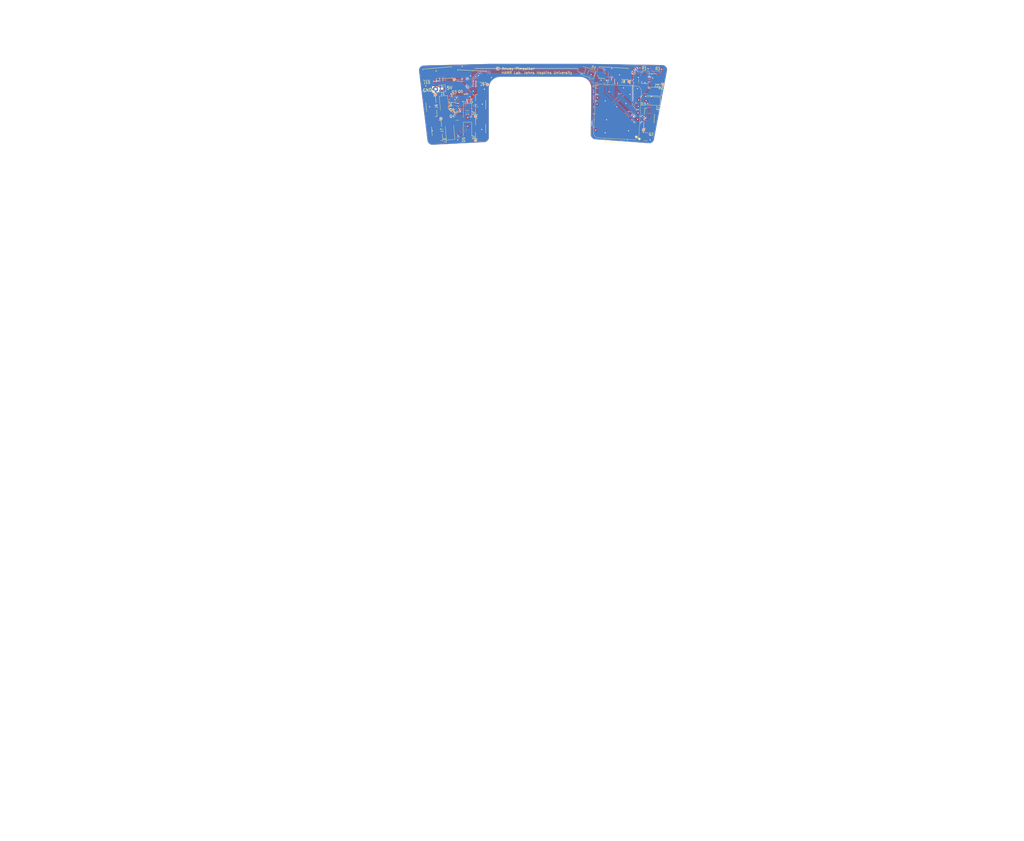
<source format=kicad_pcb>
(kicad_pcb (version 20241229) (generator "pcbnew") (generator_version "9.0")
  (layers (0 "F.Cu" signal) (2 "B.Cu" signal) (13 "F.Paste" user) (15 "B.Paste" user) (5 "F.SilkS" user "F.Silkscreen") (7 "B.SilkS" user "B.Silkscreen") (1 "F.Mask" user) (3 "B.Mask" user) (25 "Edge.Cuts" user))
  (net 0 "")
  (net 1 "5V")
  (net 2 "Net-(D3-A)")
  (net 3 "Net-(D4-A)")
  (net 4 "GND")
  (net 5 "Net-(D5-A)")
  (net 6 "V1")
  (net 7 "V2")
  (net 10 "SDA")
  (net 11 "SCL")
  (net 12 "Net-(D6-A)")
  (net 13 "Net-(D7-A)")
  (net 14 "3V3")
  (net 15 "Net-(D1-K)")
  (net 16 "Net-(D2-A)")
  (net 26 "V3")
  (net 27 "V4")
  (net 28 "V5")
  (net 29 "V6")
  (footprint "Package_TO_SOT_SMD:SOT-23" (layer "F.Cu") (at 227.762823 84.405935 -3)
    (property "Reference" "Q2" (at 1.976042 -1.120954 177) (layer "F.SilkS"))
    (property "Value" "IRLML2060")
    (pad "1" smd roundrect (at -0.9375 -0.95 357) (size 1.475 0.6) (layers "F.Cu" "F.Mask" "F.Paste") (net 7 "V2"))
    (pad "2" smd roundrect (at -0.9375 0.95 357) (size 1.475 0.6) (layers "F.Cu" "F.Mask" "F.Paste") (net 4 "GND"))
    (pad "3" smd roundrect (at 0.9375 0 357) (size 1.475 0.6) (layers "F.Cu" "F.Mask" "F.Paste") (net 2 "Net-(D3-A)"))
  )
  (footprint "Diode_SMD:D_SMA" (layer "F.Cu") (at 148.9225 71.882 -85)
    (property "Reference" "D6" (at -0.000001 -2.499999 95) (layer "F.SilkS"))
    (property "Value" "1N5819")
    (pad "1" smd roundrect (at -2.000001 0.000001 275) (size 2.5 1.8) (layers "F.Cu" "F.Mask" "F.Paste") (roundrect_rratio 0.1388888889) (net 1 "5V"))
    (pad "2" smd roundrect (at 2.000001 -0.000001 275) (size 2.5 1.8) (layers "F.Cu" "F.Mask" "F.Paste") (roundrect_rratio 0.1388888889) (net 12 "Net-(D6-A)"))
  )
  (footprint "Pneumatactors:CONN02_533984002_MOL" (layer "F.Cu") (at 163.1465 71.816 -90)
    (property "Reference" "J4" (at 3.302 2.794 270) (layer "F.SilkS"))
    (property "Value" "Valve_3")
    (pad "1" smd rect (at 0.625 1.9958 270) (size 0.889 1.2954) (layers "F.Cu" "F.Mask" "F.Paste") (net 3 "Net-(D4-A)"))
    (pad "2" smd rect (at -0.625 1.9958 270) (size 0.889 1.2954) (layers "F.Cu" "F.Mask" "F.Paste") (net 1 "5V"))
    (pad "3" smd rect (at -3.175 -0.7542 270) (size 2.2098 3.0988) (layers "F.Cu" "F.Mask" "F.Paste"))
    (pad "4" smd rect (at 3.175 -0.7542 270) (size 2.2098 3.0988) (layers "F.Cu" "F.Mask" "F.Paste"))
  )
  (footprint "Resistor_SMD:R_1206_3216Metric_Pad1.30x1.75mm_HandSolder" (layer "F.Cu") (at 227.024699 57.647004 -3)
    (property "Reference" "R1" (at 0.023843 -0.00125 177) (layer "F.SilkS"))
    (property "Value" "10k")
    (pad "1" smd roundrect (at -1.55 0 357) (size 1.3 1.75) (layers "F.Cu" "F.Mask" "F.Paste") (roundrect_rratio 0.192308) (net 10 "SDA"))
    (pad "2" smd roundrect (at 1.55 0 357) (size 1.3 1.75) (layers "F.Cu" "F.Mask" "F.Paste") (roundrect_rratio 0.192308) (net 14 "3V3"))
  )
  (footprint "XIAO-ESP32S3:XIAO-ESP32S3-SMD" (layer "F.Cu") (at 216.586823 74.665004 177)
    (property "Reference" "U2" (at 10.397571 9.120332 177) (layer "F.SilkS") (effects (font (size 0.78232 0.78232) (thickness 0.10668)) (justify left bottom)))
    (property "Value" "SeeeduinoXIAO")
    (pad "1" smd roundrect (at -8.061364 -7.573 177) (size 2.75 2) (layers "F.Cu" "F.Mask" "F.Paste") (net 6 "V1"))
    (pad "2" smd roundrect (at -8.061364 -5.033 177) (size 2.75 2) (layers "F.Cu" "F.Mask" "F.Paste") (net 7 "V2"))
    (pad "3" smd roundrect (at -8.061364 -2.493 177) (size 2.75 2) (layers "F.Cu" "F.Mask" "F.Paste") (net 26 "V3"))
    (pad "4" smd roundrect (at -8.061364 0.047 177) (size 2.75 2) (layers "F.Cu" "F.Mask" "F.Paste") (net 27 "V4"))
    (pad "5" smd roundrect (at -8.061364 2.587 177) (size 2.75 2) (layers "F.Cu" "F.Mask" "F.Paste") (net 10 "SDA"))
    (pad "6" smd roundrect (at -8.061364 5.127 177) (size 2.75 2) (layers "F.Cu" "F.Mask" "F.Paste") (net 11 "SCL"))
    (pad "7" smd roundrect (at -8.061364 7.667 177) (size 2.75 2) (layers "F.Cu" "F.Mask" "F.Paste"))
    (pad "8" smd roundrect (at 8.103636 7.667 177) (size 2.75 2) (layers "F.Cu" "F.Mask" "F.Paste"))
    (pad "9" smd roundrect (at 8.103636 5.127 177) (size 2.75 2) (layers "F.Cu" "F.Mask" "F.Paste") (net 28 "V5"))
    (pad "10" smd roundrect (at 8.103636 2.587 177) (size 2.75 2) (layers "F.Cu" "F.Mask" "F.Paste") (net 29 "V6"))
    (pad "11" smd roundrect (at 8.103636 0.047 177) (size 2.75 2) (layers "F.Cu" "F.Mask" "F.Paste"))
    (pad "12" smd roundrect (at 8.103636 -2.493 177) (size 2.75 2) (layers "F.Cu" "F.Mask" "F.Paste") (net 14 "3V3"))
    (pad "13" smd roundrect (at 8.103636 -5.033 177) (size 2.75 2) (layers "F.Cu" "F.Mask" "F.Paste") (net 4 "GND"))
    (pad "14" smd roundrect (at 8.103636 -7.573 177) (size 2.75 2) (layers "F.Cu" "F.Mask" "F.Paste") (net 15 "Net-(D1-K)"))
    (pad "15" smd roundrect (at -4.451364 -0.335 357) (size 2.5 1.1) (layers "F.Cu" "F.Mask" "F.Paste"))
    (pad "16" smd roundrect (at -4.451364 -2.24 357) (size 2.5 1.1) (layers "F.Cu" "F.Mask" "F.Paste"))
    (pad "17" smd circle (at -1.276364 -8.585 177) (size 1.7 1.7) (layers "F.Cu" "F.Mask" "F.Paste"))
    (pad "18" smd circle (at 1.263636 -8.585 177) (size 1.7 1.7) (layers "F.Cu" "F.Mask" "F.Paste"))
    (pad "19" smd circle (at -1.276364 -6.045 177) (size 1.7 1.7) (layers "F.Cu" "F.Mask" "F.Paste"))
    (pad "20" smd circle (at 1.263636 -6.045 177) (size 1.7 1.7) (layers "F.Cu" "F.Mask" "F.Paste"))
    (pad "21" smd circle (at -1.276364 -3.505 177) (size 1.7 1.7) (layers "F.Cu" "F.Mask" "F.Paste"))
    (pad "22" smd circle (at 1.263636 -3.505 177) (size 1.7 1.7) (layers "F.Cu" "F.Mask" "F.Paste"))
    (pad "23" smd circle (at -1.276364 -0.965 177) (size 1.7 1.7) (layers "F.Cu" "F.Mask" "F.Paste"))
    (pad "24" smd circle (at 1.263636 -0.965 177) (size 1.7 1.7) (layers "F.Cu" "F.Mask" "F.Paste"))
  )
  (footprint "Diode_SMD:D_SMA" (layer "F.Cu") (at 204.47 59.055 160)
    (property "Reference" "D1" (at -2.149934 2.656159 160) (layer "F.SilkS"))
    (property "Value" "1N5819")
    (pad "1" smd roundrect (at -2 0 160) (size 2.5 1.8) (layers "F.Cu" "F.Mask" "F.Paste") (roundrect_rratio 0.1388888889) (net 15 "Net-(D1-K)"))
    (pad "2" smd roundrect (at 2 0 160) (size 2.5 1.8) (layers "F.Cu" "F.Mask" "F.Paste") (roundrect_rratio 0.1388888889) (net 1 "5V"))
  )
  (footprint "Connector_PinHeader_2.54mm:PinHeader_1x02_P2.54mm_Vertical" (layer "F.Cu") (at 145.551665 65.753375 95)
    (property "Reference" "J1" (at -2.046406 2.615933 185) (layer "F.SilkS"))
    (property "Value" "Conn_01x02_Pin")
    (pad "1" thru_hole rect (at 0 0 95) (size 1.7 1.7) (drill 1) (layers "*.Cu" "*.Mask") (net 4 "GND"))
    (pad "2" thru_hole circle (at -0.000001 2.54 95) (size 1.7 1.7) (drill 1) (layers "*.Cu" "*.Mask") (net 1 "5V"))
  )
  (footprint "Package_TO_SOT_SMD:SOT-23" (layer "F.Cu") (at 152.811 69.276)
    (property "Reference" "Q3" (at 0 -2.4 0) (layer "F.SilkS"))
    (property "Value" "IRLML2060")
    (pad "1" smd roundrect (at -0.9375 -0.95) (size 1.475 0.6) (layers "F.Cu" "F.Mask" "F.Paste") (net 26 "V3"))
    (pad "2" smd roundrect (at -0.9375 0.95) (size 1.475 0.6) (layers "F.Cu" "F.Mask" "F.Paste") (net 4 "GND"))
    (pad "3" smd roundrect (at 0.9375 0) (size 1.475 0.6) (layers "F.Cu" "F.Mask" "F.Paste") (net 3 "Net-(D4-A)"))
  )
  (footprint "Diode_SMD:D_SMA" (layer "F.Cu") (at 230.268082 66.641676 177)
    (property "Reference" "D2" (at -3.234412 1.535056 177) (layer "F.SilkS"))
    (property "Value" "1N5819")
    (pad "1" smd roundrect (at -2 0 177) (size 2.5 1.8) (layers "F.Cu" "F.Mask" "F.Paste") (roundrect_rratio 0.1388888889) (net 1 "5V"))
    (pad "2" smd roundrect (at 2 0 177) (size 2.5 1.8) (layers "F.Cu" "F.Mask" "F.Paste") (roundrect_rratio 0.1388888889) (net 16 "Net-(D2-A)"))
  )
  (footprint "Pneumatactors:CONN_532610001-SD_05_MOL" (layer "F.Cu") (at 215.038145 59.543578 -3)
    (property "Reference" "J8" (at 3.977592 3.098075 357) (layer "F.SilkS"))
    (property "Value" "532610571")
    (pad "1" smd rect (at 2.5 2.9045 357) (size 0.8128 1.7018) (layers "F.Cu" "F.Mask" "F.Paste"))
    (pad "2" smd rect (at 1.25 2.9045 357) (size 0.8128 1.7018) (layers "F.Cu" "F.Mask" "F.Paste") (net 4 "GND"))
    (pad "3" smd rect (at 0 2.9045 357) (size 0.8128 1.7018) (layers "F.Cu" "F.Mask" "F.Paste") (net 11 "SCL"))
    (pad "4" smd rect (at -1.25 2.9045 357) (size 0.8128 1.7018) (layers "F.Cu" "F.Mask" "F.Paste") (net 10 "SDA"))
    (pad "5" smd rect (at -2.5 2.9045 357) (size 0.8128 1.7018) (layers "F.Cu" "F.Mask" "F.Paste") (net 1 "5V"))
    (pad "6" smd rect (at -5.05 0.004501 357) (size 2.2098 3.0988) (layers "F.Cu" "F.Mask" "F.Paste"))
    (pad "7" smd rect (at 5.05 0.004501 357) (size 2.2098 3.0988) (layers "F.Cu" "F.Mask" "F.Paste"))
  )
  (footprint "Diode_SMD:D_SMA" (layer "F.Cu") (at 229.794823 70.347004 177)
    (property "Reference" "D3" (at 2.977356 -1.427782 177) (layer "F.SilkS"))
    (property "Value" "1N5819")
    (pad "1" smd roundrect (at -2 0 177) (size 2.5 1.8) (layers "F.Cu" "F.Mask" "F.Paste") (roundrect_rratio 0.1388888889) (net 1 "5V"))
    (pad "2" smd roundrect (at 2 0 177) (size 2.5 1.8) (layers "F.Cu" "F.Mask" "F.Paste") (roundrect_rratio 0.1388888889) (net 2 "Net-(D3-A)"))
  )
  (footprint "Pneumatactors:CONN02_533984002_MOL" (layer "F.Cu") (at 146.05 82.042 95)
    (property "Reference" "J7" (at 0.000001 1.9958 95) (layer "F.SilkS"))
    (property "Value" "Valve_6")
    (pad "1" smd rect (at 0.625 1.9958 95) (size 0.889 1.2954) (layers "F.Cu" "F.Mask" "F.Paste") (net 13 "Net-(D7-A)"))
    (pad "2" smd rect (at -0.625 1.9958 95) (size 0.889 1.2954) (layers "F.Cu" "F.Mask" "F.Paste") (net 1 "5V"))
    (pad "3" smd rect (at -3.175 -0.7542 95) (size 2.2098 3.0988) (layers "F.Cu" "F.Mask" "F.Paste"))
    (pad "4" smd rect (at 3.175 -0.754201 95) (size 2.2098 3.0988) (layers "F.Cu" "F.Mask" "F.Paste"))
  )
  (footprint "Pneumatactors:CONN_532610001-SD_05_MOL" (layer "F.Cu") (at 159.65912 60.706 -3)
    (property "Reference" "J9" (at 4.318 3.048 357) (layer "F.SilkS"))
    (property "Value" "532610571")
    (pad "1" smd rect (at 2.5 2.904501 357) (size 0.8128 1.7018) (layers "F.Cu" "F.Mask" "F.Paste"))
    (pad "2" smd rect (at 1.25 2.9045 357) (size 0.8128 1.7018) (layers "F.Cu" "F.Mask" "F.Paste") (net 4 "GND"))
    (pad "3" smd rect (at 0 2.904501 357) (size 0.8128 1.7018) (layers "F.Cu" "F.Mask" "F.Paste") (net 11 "SCL"))
    (pad "4" smd rect (at -1.25 2.904499 357) (size 0.8128 1.7018) (layers "F.Cu" "F.Mask" "F.Paste") (net 10 "SDA"))
    (pad "5" smd rect (at -2.5 2.9045 357) (size 0.8128 1.7018) (layers "F.Cu" "F.Mask" "F.Paste") (net 1 "5V"))
    (pad "6" smd rect (at -5.049999 0.004501 357) (size 2.2098 3.0988) (layers "F.Cu" "F.Mask" "F.Paste"))
    (pad "7" smd rect (at 5.049999 0.004502 357) (size 2.2098 3.0988) (layers "F.Cu" "F.Mask" "F.Paste"))
  )
  (footprint "Package_TO_SOT_SMD:SOT-23" (layer "F.Cu") (at 154.0025 72.832 180)
    (property "Reference" "Q6" (at 2.032 -1.016 0) (layer "F.SilkS"))
    (property "Value" "IRLML2060")
    (pad "1" smd roundrect (at -0.9375 -0.95 180) (size 1.475 0.6) (layers "F.Cu" "F.Mask" "F.Paste") (net 29 "V6"))
    (pad "2" smd roundrect (at -0.9375 0.95 180) (size 1.475 0.6) (layers "F.Cu" "F.Mask" "F.Paste") (net 4 "GND"))
    (pad "3" smd roundrect (at 0.9375 0 180) (size 1.475 0.6) (layers "F.Cu" "F.Mask" "F.Paste") (net 13 "Net-(D7-A)"))
  )
  (footprint "Resistor_SMD:R_1206_3216Metric_Pad1.30x1.75mm_HandSolder" (layer "F.Cu") (at 232.310947 57.901004 -3)
    (property "Reference" "R2" (at 0.023843 -0.00125 177) (layer "F.SilkS"))
    (property "Value" "10k")
    (pad "1" smd roundrect (at -1.55 0 357) (size 1.3 1.75) (layers "F.Cu" "F.Mask" "F.Paste") (roundrect_rratio 0.192308) (net 11 "SCL"))
    (pad "2" smd roundrect (at 1.55 0 357) (size 1.3 1.75) (layers "F.Cu" "F.Mask" "F.Paste") (roundrect_rratio 0.192308) (net 14 "3V3"))
  )
  (footprint "Package_TO_SOT_SMD:SOT-23" (layer "F.Cu") (at 156.875 69.21 180)
    (property "Reference" "Q5" (at 1.6025 2.474 0) (layer "F.SilkS"))
    (property "Value" "IRLML2060")
    (pad "1" smd roundrect (at -0.9375 -0.95 180) (size 1.475 0.6) (layers "F.Cu" "F.Mask" "F.Paste") (net 28 "V5"))
    (pad "2" smd roundrect (at -0.9375 0.95 180) (size 1.475 0.6) (layers "F.Cu" "F.Mask" "F.Paste") (net 4 "GND"))
    (pad "3" smd roundrect (at 0.9375 0 180) (size 1.475 0.6) (layers "F.Cu" "F.Mask" "F.Paste") (net 12 "Net-(D6-A)"))
  )
  (footprint "Pneumatactors:CONN02_533984002_MOL" (layer "F.Cu") (at 230.048823 61.711004 -3)
    (property "Reference" "J2" (at 1.994781 2.653434 357) (layer "F.SilkS"))
    (property "Value" "Valve_1")
    (pad "1" smd rect (at 0.625 1.9958 357) (size 0.889 1.2954) (layers "F.Cu" "F.Mask" "F.Paste") (net 16 "Net-(D2-A)"))
    (pad "2" smd rect (at -0.625 1.9958 357) (size 0.889 1.2954) (layers "F.Cu" "F.Mask" "F.Paste") (net 1 "5V"))
    (pad "3" smd rect (at -3.175 -0.7542 357) (size 2.2098 3.0988) (layers "F.Cu" "F.Mask" "F.Paste"))
    (pad "4" smd rect (at 3.175 -0.7542 357) (size 2.2098 3.0988) (layers "F.Cu" "F.Mask" "F.Paste"))
  )
  (footprint "Package_TO_SOT_SMD:SOT-23" (layer "F.Cu") (at 223.30719 62.50307 87)
    (property "Reference" "Q1" (at 3.054464 -0.530953 177) (layer "F.SilkS"))
    (property "Value" "IRLML2060")
    (pad "1" smd roundrect (at -0.9375 -0.95 87) (size 1.475 0.6) (layers "F.Cu" "F.Mask" "F.Paste") (net 6 "V1"))
    (pad "2" smd roundrect (at -0.9375 0.95 87) (size 1.475 0.6) (layers "F.Cu" "F.Mask" "F.Paste") (net 4 "GND"))
    (pad "3" smd roundrect (at 0.9375 0 87) (size 1.475 0.6) (layers "F.Cu" "F.Mask" "F.Paste") (net 16 "Net-(D2-A)"))
  )
  (footprint "Pneumatactors:CONN_532610001-SD_05_MOL" (layer "F.Cu") (at 146.304 59.69 5)
    (property "Reference" "J10" (at -4.42253 3.145157 5) (layer "F.SilkS"))
    (property "Value" "532610571")
    (pad "1" smd rect (at 2.499999 2.9045 5) (size 0.8128 1.7018) (layers "F.Cu" "F.Mask" "F.Paste"))
    (pad "2" smd rect (at 1.25 2.904499 5) (size 0.8128 1.7018) (layers "F.Cu" "F.Mask" "F.Paste") (net 4 "GND"))
    (pad "3" smd rect (at 0 2.904501 5) (size 0.8128 1.7018) (layers "F.Cu" "F.Mask" "F.Paste") (net 11 "SCL"))
    (pad "4" smd rect (at -1.25 2.9045 5) (size 0.8128 1.7018) (layers "F.Cu" "F.Mask" "F.Paste") (net 10 "SDA"))
    (pad "5" smd rect (at -2.500001 2.9045 5) (size 0.8128 1.7018) (layers "F.Cu" "F.Mask" "F.Paste") (net 1 "5V"))
    (pad "6" smd rect (at -5.05 0.004501 5) (size 2.2098 3.0988) (layers "F.Cu" "F.Mask" "F.Paste"))
    (pad "7" smd rect (at 5.050004 0.004501 5) (size 2.2098 3.0988) (layers "F.Cu" "F.Mask" "F.Paste"))
  )
  (footprint "Diode_SMD:D_SMA" (layer "F.Cu") (at 151.13 82.042 95)
    (property "Reference" "D7" (at -3.556 -2.286 95) (layer "F.SilkS"))
    (property "Value" "1N5819")
    (pad "1" smd roundrect (at -2 0 95) (size 2.5 1.8) (layers "F.Cu" "F.Mask" "F.Paste") (roundrect_rratio 0.1388888889) (net 1 "5V"))
    (pad "2" smd roundrect (at 2 0 95) (size 2.5 1.8) (layers "F.Cu" "F.Mask" "F.Paste") (roundrect_rratio 0.1388888889) (net 13 "Net-(D7-A)"))
  )
  (footprint "Diode_SMD:D_SMA" (layer "F.Cu") (at 158.0665 82.23 -90)
    (property "Reference" "D5" (at 3.302 1.524 270) (layer "F.SilkS"))
    (property "Value" "1N5819")
    (pad "1" smd roundrect (at -2 0 270) (size 2.5 1.8) (layers "F.Cu" "F.Mask" "F.Paste") (roundrect_rratio 0.1388888889) (net 1 "5V"))
    (pad "2" smd roundrect (at 2 0 270) (size 2.5 1.8) (layers "F.Cu" "F.Mask" "F.Paste") (roundrect_rratio 0.1388888889) (net 5 "Net-(D5-A)"))
  )
  (footprint "Package_TO_SOT_SMD:SOT-23" (layer "F.Cu") (at 154.0025 76.388)
    (property "Reference" "Q4" (at -2.032 0 0) (layer "F.SilkS"))
    (property "Value" "IRLML2060")
    (pad "1" smd roundrect (at -0.9375 -0.95) (size 1.475 0.6) (layers "F.Cu" "F.Mask" "F.Paste") (net 27 "V4"))
    (pad "2" smd roundrect (at -0.9375 0.95) (size 1.475 0.6) (layers "F.Cu" "F.Mask" "F.Paste") (net 4 "GND"))
    (pad "3" smd roundrect (at 0.9375 0) (size 1.475 0.6) (layers "F.Cu" "F.Mask" "F.Paste") (net 5 "Net-(D5-A)"))
  )
  (footprint "Pneumatactors:CONN02_533984002_MOL" (layer "F.Cu") (at 163.1465 81.214 -90)
    (property "Reference" "J5" (at 3.302 2.794 270) (layer "F.SilkS"))
    (property "Value" "Valve_4")
    (pad "1" smd rect (at 0.625 1.9958 270) (size 0.889 1.2954) (layers "F.Cu" "F.Mask" "F.Paste") (net 5 "Net-(D5-A)"))
    (pad "2" smd rect (at -0.625 1.9958 270) (size 0.889 1.2954) (layers "F.Cu" "F.Mask" "F.Paste") (net 1 "5V"))
    (pad "3" smd rect (at -3.175 -0.7542 270) (size 2.2098 3.0988) (layers "F.Cu" "F.Mask" "F.Paste"))
    (pad "4" smd rect (at 3.175 -0.7542 270) (size 2.2098 3.0988) (layers "F.Cu" "F.Mask" "F.Paste"))
  )
  (footprint "Diode_SMD:D_SMA" (layer "F.Cu") (at 158.0665 74.864 -90)
    (property "Reference" "D4" (at -4.572 -1.524 90) (layer "F.SilkS"))
    (property "Value" "1N5819")
    (pad "1" smd roundrect (at -2 0 270) (size 2.5 1.8) (layers "F.Cu" "F.Mask" "F.Paste") (roundrect_rratio 0.1388888889) (net 1 "5V"))
    (pad "2" smd roundrect (at 2 0 270) (size 2.5 1.8) (layers "F.Cu" "F.Mask" "F.Paste") (roundrect_rratio 0.1388888889) (net 3 "Net-(D4-A)"))
  )
  (footprint "Pneumatactors:CONN02_533984002_MOL" (layer "F.Cu") (at 229.032823 77.205004 -93)
    (property "Reference" "J3" (at -4.231244 -3.084781 267) (layer "F.SilkS"))
    (property "Value" "Valve_2")
    (pad "1" smd rect (at 0.625 1.9958 267) (size 0.889 1.2954) (layers "F.Cu" "F.Mask" "F.Paste") (net 2 "Net-(D3-A)"))
    (pad "2" smd rect (at -0.625 1.9958 267) (size 0.889 1.2954) (layers "F.Cu" "F.Mask" "F.Paste") (net 1 "5V"))
    (pad "3" smd rect (at -3.175 -0.7542 267) (size 2.2098 3.0988) (layers "F.Cu" "F.Mask" "F.Paste"))
    (pad "4" smd rect (at 3.175 -0.7542 267) (size 2.2098 3.0988) (layers "F.Cu" "F.Mask" "F.Paste"))
  )
  (footprint "Pneumatactors:CONN02_533984002_MOL" (layer "F.Cu") (at 143.862267 72.644 95)
    (property "Reference" "J6" (at 0 1.9958 95) (layer "F.SilkS"))
    (property "Value" "Valve_5")
    (pad "1" smd rect (at 0.625 1.9958 95) (size 0.889 1.2954) (layers "F.Cu" "F.Mask" "F.Paste") (net 12 "Net-(D6-A)"))
    (pad "2" smd rect (at -0.625 1.995799 95) (size 0.889 1.2954) (layers "F.Cu" "F.Mask" "F.Paste") (net 1 "5V"))
    (pad "3" smd rect (at -3.175 -0.7542 95) (size 2.2098 3.0988) (layers "F.Cu" "F.Mask" "F.Paste"))
    (pad "4" smd rect (at 3.175 -0.754201 95) (size 2.2098 3.0988) (layers "F.Cu" "F.Mask" "F.Paste"))
  )
  (gr_arc (start 139.065 58.42) (mid 139.622962 57.072962) (end 140.97 56.515) (stroke (width 0.1)) (layer "Edge.Cuts"))
  (gr_arc (start 201.96191 60.96) (mid 205.105 62.26191) (end 206.40691 65.405) (stroke (width 0.1)) (layer "Edge.Cuts"))
  (gr_line (start 230.935962 85.013) (end 236.015962 58.243038) (stroke (width 0.15)) (layer "Edge.Cuts"))
  (gr_line (start 208.103 85.393962) (end 229.031 86.917962) (stroke (width 0.15)) (layer "Edge.Cuts"))
  (gr_line (start 139.065021 58.428944) (end 142.367 85.598) (stroke (width 0.1)) (layer "Edge.Cuts"))
  (gr_line (start 206.40691 65.405) (end 206.198038 83.489) (stroke (width 0.1)) (layer "Edge.Cuts"))
  (gr_arc (start 208.103038 85.393962) (mid 206.756 84.836) (end 206.198038 83.488962) (stroke (width 0.1)) (layer "Edge.Cuts"))
  (gr_arc (start 166.37 65.405) (mid 167.67191 62.26191) (end 170.815 60.96) (stroke (width 0.1)) (layer "Edge.Cuts"))
  (gr_arc (start 144.272 87.503) (mid 142.924962 86.945038) (end 142.367 85.598) (stroke (width 0.1)) (layer "Edge.Cuts"))
  (gr_arc (start 166.37 84.582) (mid 165.812038 85.929038) (end 164.465 86.487) (stroke (width 0.1)) (layer "Edge.Cuts"))
  (gr_line (start 164.465 86.487) (end 144.272 87.503) (stroke (width 0.1)) (layer "Edge.Cuts"))
  (gr_line (start 166.37 84.582) (end 166.37 65.405) (stroke (width 0.1)) (layer "Edge.Cuts"))
  (gr_arc (start 230.935962 85.012962) (mid 230.378 86.36) (end 229.030962 86.917962) (stroke (width 0.1)) (layer "Edge.Cuts"))
  (gr_line (start 201.96191 60.960001) (end 170.815 60.96) (stroke (width 0.1)) (layer "Edge.Cuts"))
  (gr_line (start 206.502 55.88) (end 166.624 55.88) (stroke (width 0.1)) (layer "Edge.Cuts"))
  (gr_line (start 166.624 55.88) (end 140.97 56.515) (stroke (width 0.1)) (layer "Edge.Cuts"))
  (gr_line (start 206.502 55.88) (end 234.111 56.338038) (stroke (width 0.1)) (layer "Edge.Cuts"))
  (gr_arc (start 234.110962 56.338038) (mid 235.458 56.896) (end 236.015962 58.243038) (stroke (width 0.1)) (layer "Edge.Cuts"))
  (gr_text "5V" (at 149.86 66.04 5) (layer "F.SilkS") (effects (font (size 1.2 1.2) (thickness 0.2) (bold yes)) (justify left bottom)))
  (gr_text "GND" (at 140.462 67.056 5) (layer "F.SilkS") (effects (font (size 1.2 1.2) (thickness 0.2) (bold yes)) (justify left bottom)))
  (gr_text "© Anway Pimpalkar\n   HAMR Lab, Johns Hopkins University" (at 168.91 59.944 0) (layer "F.SilkS") (effects (font (size 1 1)) (justify left bottom)))
  (segment (start 148.748187 71.144385) (end 146.799896 73.092676) (width 1) (layer "F.Cu") (net 1))
  (segment (start 161.1507 79.4072) (end 160.02 78.2765) (width 1) (layer "F.Cu") (net 1))
  (segment (start 157.029652 65.532) (end 159.8105 68.312848) (width 1) (layer "F.Cu") (net 1))
  (segment (start 202.590615 58.37096) (end 203.983902 56.977673) (width 1) (layer "F.Cu") (net 1))
  (segment (start 148.082 65.532) (end 157.029652 65.532) (width 1) (layer "F.Cu") (net 1))
  (segment (start 211.354017 56.977673) (end 212.389561 58.013217) (width 1) (layer "F.Cu") (net 1))
  (segment (start 161.1507 69.653048) (end 159.8105 68.312848) (width 1) (layer "F.Cu") (net 1))
  (segment (start 160.02 78.2765) (end 158.0665 80.23) (width 1) (layer "F.Cu") (net 1))
  (segment (start 232.265341 66.746348) (end 232.265341 69.978417) (width 1) (layer "F.Cu") (net 1))
  (segment (start 149.636391 84.034389) (end 148.092678 82.490676) (width 1) (layer "F.Cu") (net 1))
  (segment (start 154.044245 65.532) (end 148.082 65.532) (width 1) (layer "F.Cu") (net 1))
  (segment (start 148.082 65.532) (end 148.082 69.223423) (width 1) (layer "F.Cu") (net 1))
  (segment (start 229.320227 64.581195) (end 231.48538 66.746348) (width 1) (layer "F.Cu") (net 1))
  (segment (start 156.778122 62.798122) (end 154.044245 65.532) (width 1) (layer "F.Cu") (net 1))
  (segment (start 202.590615 58.37096) (end 201.369655 57.15) (width 1) (layer "F.Cu") (net 1))
  (segment (start 144.066656 63.655487) (end 144.792696 64.381527) (width 0.5) (layer "F.Cu") (net 1))
  (segment (start 156.778122 62.798122) (end 156.778122 63.243266) (width 1) (layer "F.Cu") (net 1))
  (segment (start 161.1507 71.191) (end 161.1507 69.653048) (width 1) (layer "F.Cu") (net 1))
  (segment (start 228.172341 72.188352) (end 227.072468 73.288225) (width 1) (layer "F.Cu") (net 1))
  (segment (start 232.265341 69.978417) (end 231.792082 70.451676) (width 1) (layer "F.Cu") (net 1))
  (segment (start 160.655 57.15) (end 156.778122 61.026878) (width 1) (layer "F.Cu") (net 1))
  (segment (start 212.389561 58.013217) (end 212.389561 62.313258) (width 1) (layer "F.Cu") (net 1))
  (segment (start 156.778122 61.026878) (end 156.778122 62.798122) (width 1) (layer "F.Cu") (net 1))
  (segment (start 148.082 69.223423) (end 148.748187 69.88961) (width 1) (layer "F.Cu") (net 1))
  (segment (start 156.778122 63.243266) (end 157.010536 63.47568) (width 1) (layer "F.Cu") (net 1))
  (segment (start 146.511159 64.381527) (end 146.899632 64.77) (width 0.5) (layer "F.Cu") (net 1))
  (segment (start 151.304311 84.034389) (end 154.262111 84.034389) (width 1) (layer "F.Cu") (net 1))
  (segment (start 146.899632 64.77) (end 147.32 64.77) (width 0.5) (layer "F.Cu") (net 1))
  (segment (start 160.02 74.8175) (end 160.02 78.2765) (width 1) (layer "F.Cu") (net 1))
  (segment (start 230.055406 72.188352) (end 228.172341 72.188352) (width 1) (layer "F.Cu") (net 1))
  (segment (start 161.1507 80.589) (end 161.1507 79.4072) (width 1) (layer "F.Cu") (net 1))
  (segment (start 229.320227 63.671359) (end 229.320227 64.581195) (width 1) (layer "F.Cu") (net 1))
  (segment (start 201.369655 57.15) (end 160.655 57.15) (width 1) (layer "F.Cu") (net 1))
  (segment (start 158.0665 72.864) (end 160.02 74.8175) (width 1) (layer "F.Cu") (net 1))
  (segment (start 159.8105 71.12) (end 158.0665 72.864) (width 1) (layer "F.Cu") (net 1))
  (segment (start 148.748187 69.88961) (end 148.748187 71.144385) (width 1) (layer "F.Cu") (net 1))
  (segment (start 231.48538 66.746348) (end 232.265341 66.746348) (width 1) (layer "F.Cu") (net 1))
  (segment (start 231.792082 70.451676) (end 230.055406 72.188352) (width 1) (layer "F.Cu") (net 1))
  (segment (start 203.983902 56.977673) (end 211.354017 56.977673) (width 1) (layer "F.Cu") (net 1))
  (segment (start 159.8105 68.312848) (end 159.8105 71.12) (width 1) (layer "F.Cu") (net 1))
  (segment (start 227.072468 73.288225) (end 227.072468 76.476408) (width 1) (layer "F.Cu") (net 1))
  (segment (start 147.32 64.77) (end 148.082 65.532) (width 0.5) (layer "F.Cu") (net 1))
  (segment (start 146.799896 73.092676) (end 145.904944 73.092676) (width 1) (layer "F.Cu") (net 1))
  (segment (start 144.792696 64.381527) (end 146.511159 64.381527) (width 0.5) (layer "F.Cu") (net 1))
  (segment (start 144.066656 62.801337) (end 144.066656 63.655487) (width 0.5) (layer "F.Cu") (net 1))
  (segment (start 151.304311 84.034389) (end 149.636391 84.034389) (width 1) (layer "F.Cu") (net 1))
  (via (at 227.072468 76.476408) (size 0.8) (drill 0.4) (layers "F.Cu" "B.Cu") (net 1))
  (via (at 154.262111 84.034389) (size 0.8) (drill 0.4) (layers "F.Cu" "B.Cu") (net 1))
  (via (at 212.389561 62.313258) (size 0.8) (drill 0.4) (layers "F.Cu" "B.Cu") (net 1))
  (via (at 158.0665 80.23) (size 0.8) (drill 0.4) (layers "F.Cu" "B.Cu") (net 1))
  (via (at 212.389561 62.313258) (size 0.8) (drill 0.4) (layers "F.Cu" "B.Cu") (net 1))
  (segment (start 216.916129 71.543) (end 224.050616 78.677487) (width 1) (layer "B.Cu") (net 1))
  (segment (start 216.54395 71.543) (end 216.916129 71.543) (width 1) (layer "B.Cu") (net 1))
  (segment (start 212.389561 62.313258) (end 212.259 62.443819) (width 1) (layer "B.Cu") (net 1))
  (segment (start 225.906048 77.268645) (end 226.698285 76.476408) (width 1) (layer "B.Cu") (net 1))
  (segment (start 226.698285 76.476408) (end 227.072468 76.476408) (width 1) (layer "B.Cu") (net 1))
  (segment (start 154.262111 84.034389) (end 158.0665 80.23) (width 1) (layer "B.Cu") (net 1))
  (segment (start 224.050616 78.677487) (end 225.054161 78.677487) (width 1) (layer "B.Cu") (net 1))
  (segment (start 212.259 62.443819) (end 212.259 67.25805) (width 1) (layer "B.Cu") (net 1))
  (segment (start 212.259 67.25805) (end 216.54395 71.543) (width 1) (layer "B.Cu") (net 1))
  (segment (start 225.906048 77.8256) (end 225.906048 77.268645) (width 1) (layer "B.Cu") (net 1))
  (segment (start 225.054161 78.677487) (end 225.906048 77.8256) (width 1) (layer "B.Cu") (net 1))
  (segment (start 227.007048 81.592048) (end 228.699038 83.284038) (width 0.5) (layer "F.Cu") (net 2))
  (segment (start 227.007048 77.724695) (end 227.007048 81.592048) (width 0.5) (layer "F.Cu") (net 2))
  (segment (start 228.699038 83.284038) (end 228.699038 84.455) (width 0.5) (layer "F.Cu") (net 2))
  (via (at 227.797564 70.242332) (size 0.8) (drill 0.4) (layers "F.Cu" "B.Cu") (net 2))
  (via (at 227.007048 77.724695) (size 0.8) (drill 0.4) (layers "F.Cu" "B.Cu") (net 2))
  (segment (start 228.9556 76.3524) (end 227.583305 77.724695) (width 0.5) (layer "B.Cu") (net 2))
  (segment (start 227.583305 77.724695) (end 227.007048 77.724695) (width 0.5) (layer "B.Cu") (net 2))
  (segment (start 227.797564 70.242332) (end 228.9556 71.400368) (width 0.5) (layer "B.Cu") (net 2))
  (segment (start 228.9556 71.400368) (end 228.9556 76.3524) (width 0.5) (layer "B.Cu") (net 2))
  (via (at 158.0665 76.864) (size 0.8) (drill 0.4) (layers "F.Cu" "B.Cu") (net 3))
  (via (at 161.1507 72.441) (size 0.8) (drill 0.4) (layers "F.Cu" "B.Cu") (net 3))
  (via (at 153.7485 69.177) (size 0.8) (drill 0.4) (layers "F.Cu" "B.Cu") (net 3))
  (segment (start 161.1507 72.441) (end 161.1507 73.7798) (width 1) (layer "B.Cu") (net 3))
  (segment (start 158.7087 74.883) (end 154.48395 74.883) (width 1) (layer "B.Cu") (net 3))
  (segment (start 161.1507 73.7798) (end 158.0665 76.864) (width 1) (layer "B.Cu") (net 3))
  (segment (start 153.7485 74.14755) (end 153.7485 69.177) (width 1) (layer "B.Cu") (net 3))
  (segment (start 161.1507 72.441) (end 158.7087 74.883) (width 1) (layer "B.Cu") (net 3))
  (segment (start 154.48395 74.883) (end 153.7485 74.14755) (width 1) (layer "B.Cu") (net 3))
  (via (at 219.964 71.374) (size 0.8) (drill 0.4) (layers "F.Cu" "B.Cu") (net 4))
  (via (at 213.36 66.802) (size 0.8) (drill 0.4) (layers "F.Cu" "B.Cu") (net 4))
  (via (at 216.408 72.644) (size 0.8) (drill 0.4) (layers "F.Cu" "B.Cu") (net 4))
  (via (at 164.592 65.786) (size 0.8) (drill 0.4) (layers "F.Cu" "B.Cu") (net 4))
  (via (at 230.378 61.468) (size 0.8) (drill 0.4) (layers "F.Cu" "B.Cu") (net 4))
  (via (at 224.79 61.214) (size 0.8) (drill 0.4) (layers "F.Cu" "B.Cu") (net 4))
  (via (at 220.98 82.042) (size 0.8) (drill 0.4) (layers "F.Cu" "B.Cu") (net 4))
  (via (at 211.836 70.358) (size 0.8) (drill 0.4) (layers "F.Cu" "B.Cu") (net 4))
  (via (at 214.376 57.658) (size 0.8) (drill 0.4) (layers "F.Cu" "B.Cu") (net 4))
  (via (at 162.306 60.452) (size 0.8) (drill 0.4) (layers "F.Cu" "B.Cu") (net 4))
  (via (at 156.21 70.612) (size 0.8) (drill 0.4) (layers "F.Cu" "B.Cu") (net 4))
  (via (at 154.178 85.598) (size 0.8) (drill 0.4) (layers "F.Cu" "B.Cu") (net 4))
  (via (at 143.256 72.644) (size 0.8) (drill 0.4) (layers "F.Cu" "B.Cu") (net 4))
  (via (at 155.956 56.896) (size 0.8) (drill 0.4) (layers "F.Cu" "B.Cu") (net 4))
  (via (at 145.796 58.674) (size 0.8) (drill 0.4) (layers "F.Cu" "B.Cu") (net 4))
  (via (at 210.185 62.23) (size 0.8) (drill 0.4) (layers "F.Cu" "B.Cu") (net 4))
  (via (at 217.17 67.564) (size 0.8) (drill 0.4) (layers "F.Cu" "B.Cu") (net 4))
  (via (at 224.3836 65.5828) (size 0.8) (drill 0.4) (layers "F.Cu" "B.Cu") (net 4))
  (via (at 212.344 77.724) (size 0.8) (drill 0.4) (layers "F.Cu" "B.Cu") (net 4))
  (via (at 159.2072 60.5536) (size 0.8) (drill 0.4) (layers "F.Cu" "B.Cu") (net 4))
  (via (at 160.274 66.548) (size 0.8) (drill 0.4) (layers "F.Cu" "B.Cu") (net 4))
  (via (at 163.83 71.628) (size 0.8) (drill 0.4) (layers "F.Cu" "B.Cu") (net 4))
  (via (at 227.584 68.58) (size 0.8) (drill 0.4) (layers "F.Cu" "B.Cu") (net 4))
  (via (at 144.272 82.042) (size 0.8) (drill 0.4) (layers "F.Cu" "B.Cu") (net 4))
  (via (at 163.576 81.534) (size 0.8) (drill 0.4) (layers "F.Cu" "B.Cu") (net 4))
  (via (at 167.386 61.214) (size 0.8) (drill 0.4) (layers "F.Cu" "B.Cu") (net 4))
  (via (at 229.362 85.598) (size 0.8) (drill 0.4) (layers "F.Cu" "B.Cu") (net 4))
  (via (at 141.732 64.516) (size 0.8) (drill 0.4) (layers "F.Cu" "B.Cu") (net 4))
  (via (at 218.948 65.278) (size 0.8) (drill 0.4) (layers "F.Cu" "B.Cu") (net 4))
  (via (at 229.87 68.58) (size 0.8) (drill 0.4) (layers "F.Cu" "B.Cu") (net 4))
  (via (at 227.33 63.246) (size 0.8) (drill 0.4) (layers "F.Cu" "B.Cu") (net 4))
  (via (at 211.836 82.804) (size 0.8) (drill 0.4) (layers "F.Cu" "B.Cu") (net 4))
  (via (at 221.488 67.818) (size 0.8) (drill 0.4) (layers "F.Cu" "B.Cu") (net 4))
  (via (at 217.424 60.198) (size 0.8) (drill 0.4) (layers "F.Cu" "B.Cu") (net 4))
  (segment (start 158.0665 84.23) (end 158.7597 84.23) (width 1) (layer "F.Cu") (net 5))
  (segment (start 154.94 76.388) (end 154.94 81.1035) (width 1) (layer "F.Cu") (net 5))
  (segment (start 154.94 81.1035) (end 158.0665 84.23) (width 1) (layer "F.Cu") (net 5))
  (segment (start 158.7597 84.23) (end 161.1507 81.839) (width 1) (layer "F.Cu") (net 5))
  (segment (start 224.240799 82.649525) (end 222.604651 81.013377) (width 0.25) (layer "F.Cu") (net 6))
  (segment (start 222.604651 81.013377) (end 222.604651 63.68479) (width 0.25) (layer "F.Cu") (net 6))
  (segment (start 222.604651 63.68479) (end 222.309427 63.389566) (width 0.25) (layer "F.Cu") (net 6))
  (segment (start 224.373732 80.113006) (end 224.408978 80.113006) (width 0.5) (layer "F.Cu") (net 7))
  (segment (start 224.408978 80.113006) (end 226.876327 82.580355) (width 0.5) (layer "F.Cu") (net 7))
  (segment (start 226.876327 82.580355) (end 226.876327 83.408172) (width 0.5) (layer "F.Cu") (net 7))
  (segment (start 162.740488 59.239) (end 162.740488 59.210023) (width 0.25) (layer "F.Cu") (net 10))
  (segment (start 218.44 56.515) (end 213.637848 61.317152) (width 0.25) (layer "F.Cu") (net 10))
  (segment (start 158.538337 62.409517) (end 159.202673 62.409517) (width 0.25) (layer "F.Cu") (net 10))
  (segment (start 225.43347 57.52253) (end 224.42594 56.515) (width 0.25) (layer "F.Cu") (net 10))
  (segment (start 163.357822 58.592689) (end 166.09263 58.592689) (width 0.25) (layer "F.Cu") (net 10))
  (segment (start 207.689426 63.510261) (end 213.358333 63.510261) (width 0.25) (layer "F.Cu") (net 10))
  (segment (start 158.258823 63.541099) (end 158.258823 62.689031) (width 0.25) (layer "F.Cu") (net 10))
  (segment (start 159.202673 62.409517) (end 162.37319 59.239) (width 0.25) (layer "F.Cu") (net 10))
  (segment (start 224.42594 56.515) (end 218.44 56.515) (width 0.25) (layer "F.Cu") (net 10))
  (segment (start 213.637848 63.230746) (end 213.637848 62.378678) (width 0.25) (layer "F.Cu") (net 10))
  (segment (start 162.37319 59.239) (end 162.740488 59.239) (width 0.25) (layer "F.Cu") (net 10))
  (segment (start 213.358333 63.510261) (end 213.637848 63.230746) (width 0.25) (layer "F.Cu") (net 10))
  (segment (start 158.258823 62.689031) (end 158.538337 62.409517) (width 0.25) (layer "F.Cu") (net 10))
  (segment (start 162.740488 59.210023) (end 163.357822 58.592689) (width 0.25) (layer "F.Cu") (net 10))
  (segment (start 166.663438 59.944) (end 204.123165 59.944) (width 0.25) (layer "F.Cu") (net 10))
  (segment (start 213.637848 61.317152) (end 213.637848 62.378678) (width 0.25) (layer "F.Cu") (net 10))
  (segment (start 166.663438 59.163497) (end 166.663438 59.944) (width 0.25) (layer "F.Cu") (net 10))
  (segment (start 158.258823 61.891223) (end 158.0896 61.722) (width 0.25) (layer "F.Cu") (net 10))
  (segment (start 166.09263 58.592689) (end 166.663438 59.163497) (width 0.25) (layer "F.Cu") (net 10))
  (segment (start 225.476823 57.565883) (end 225.43347 57.52253) (width 0.25) (layer "F.Cu") (net 10))
  (segment (start 158.258823 63.541099) (end 158.258823 61.891223) (width 0.25) (layer "F.Cu") (net 10))
  (segment (start 204.123165 59.944) (end 207.689426 63.510261) (width 0.25) (layer "F.Cu") (net 10))
  (via (at 158.0896 61.722) (size 0.8) (drill 0.4) (layers "F.Cu" "B.Cu") (net 10))
  (via (at 145.3119 62.692392) (size 0.8) (drill 0.4) (layers "F.Cu" "B.Cu") (net 10))
  (via (at 224.772532 72.503449) (size 0.8) (drill 0.4) (layers "F.Cu" "B.Cu") (net 10))
  (via (at 225.43347 57.52253) (size 0.8) (drill 0.4) (layers "F.Cu" "B.Cu") (net 10))
  (segment (start 225.43347 57.52253) (end 223.24933 57.52253) (width 0.25) (layer "B.Cu") (net 10))
  (segment (start 222.587205 58.184655) (end 222.587205 70.318122) (width 0.25) (layer "B.Cu") (net 10))
  (segment (start 223.24933 57.52253) (end 222.587205 58.184655) (width 0.25) (layer "B.Cu") (net 10))
  (segment (start 146.282292 61.722) (end 145.3119 62.692392) (width 0.25) (layer "B.Cu") (net 10))
  (segment (start 222.587205 70.318122) (end 224.772532 72.503449) (width 0.25) (layer "B.Cu") (net 10))
  (segment (start 158.0896 61.722) (end 146.282292 61.722) (width 0.25) (layer "B.Cu") (net 10))
  (segment (start 159.50711 63.60652) (end 159.50711 64.458588) (width 0.25) (layer "F.Cu") (net 11))
  (segment (start 204.501355 60.96) (end 203.866355 60.96) (width 0.25) (layer "F.Cu") (net 11))
  (segment (start 214.886135 63.296165) (end 214.221039 63.961261) (width 0.25) (layer "F.Cu") (net 11))
  (segment (start 166.476628 60.395) (end 166.212438 60.13081) (width 0.25) (layer "F.Cu") (net 11))
  (segment (start 163.544632 59.043689) (end 163.191488 59.396833) (width 0.25) (layer "F.Cu") (net 11))
  (segment (start 162.85 61.178) (end 161.072 61.178) (width 0.25) (layer "F.Cu") (net 11))
  (segment (start 166.212438 59.350307) (end 165.90582 59.043689) (width 0.25) (layer "F.Cu") (net 11))
  (segment (start 224.155 57.785) (end 224.155 58.10045) (width 0.25) (layer "F.Cu") (net 11))
  (segment (start 230.763071 57.819883) (end 230.763071 59.304929) (width 0.25) (layer "F.Cu") (net 11))
  (segment (start 158.941698 65.024) (end 158.1912 65.024) (width 0.25) (layer "F.Cu") (net 11))
  (segment (start 224.155 58.10045) (end 224.842457 58.787907) (width 0.25) (layer "F.Cu") (net 11))
  (segment (start 230.763071 59.304929) (end 229.108 60.96) (width 0.25) (layer "F.Cu") (net 11))
  (segment (start 159.50711 62.74289) (end 161.072 61.178) (width 0.25) (layer "F.Cu") (net 11))
  (segment (start 166.212438 60.13081) (end 166.212438 59.350307) (width 0.25) (layer "F.Cu") (net 11))
  (segment (start 207.502616 63.961261) (end 204.501355 60.96) (width 0.25) (layer "F.Cu") (net 11))
  (segment (start 227.938209 58.950149) (end 229.632805 58.950149) (width 0.25) (layer "F.Cu") (net 11))
  (segment (start 214.886135 62.444097) (end 214.886135 63.296165) (width 0.25) (layer "F.Cu") (net 11))
  (segment (start 165.90582 59.043689) (end 163.544632 59.043689) (width 0.25) (layer "F.Cu") (net 11))
  (segment (start 203.866355 60.96) (end 203.301355 60.395) (width 0.25) (layer "F.Cu") (net 11))
  (segment (start 227.775967 58.787907) (end 227.938209 58.950149) (width 0.25) (layer "F.Cu") (net 11))
  (segment (start 218.62681 56.966) (end 214.886135 60.706675) (width 0.25) (layer "F.Cu") (net 11))
  (segment (start 218.62681 56.966) (end 223.336 56.966) (width 0.25) (layer "F.Cu") (net 11))
  (segment (start 224.842457 58.787907) (end 227.775967 58.787907) (width 0.25) (layer "F.Cu") (net 11))
  (segment (start 163.191488 59.396833) (end 163.191488 60.836512) (width 0.25) (layer "F.Cu") (net 11))
  (segment (start 214.221039 63.961261) (end 207.502616 63.961261) (width 0.25) (layer "F.Cu") (net 11))
  (segment (start 159.50711 64.458588) (end 158.941698 65.024) (width 0.25) (layer "F.Cu") (net 11))
  (segment (start 163.191488 60.836512) (end 162.85 61.178) (width 0.25) (layer "F.Cu") (net 11))
  (segment (start 223.336 56.966) (end 224.155 57.785) (width 0.25) (layer "F.Cu") (net 11))
  (segment (start 214.886135 60.706675) (end 214.886135 62.444097) (width 0.25) (layer "F.Cu") (net 11))
  (segment (start 203.301355 60.395) (end 166.476628 60.395) (width 0.25) (layer "F.Cu") (net 11))
  (segment (start 229.632805 58.950149) (end 230.763071 57.819883) (width 0.25) (layer "F.Cu") (net 11))
  (segment (start 159.50711 63.60652) (end 159.50711 62.74289) (width 0.25) (layer "F.Cu") (net 11))
  (via (at 224.905466 69.96693) (size 0.8) (drill 0.4) (layers "F.Cu" "B.Cu") (net 11))
  (via (at 158.1912 65.024) (size 0.8) (drill 0.4) (layers "F.Cu" "B.Cu") (net 11))
  (via (at 146.557144 62.583448) (size 0.8) (drill 0.4) (layers "F.Cu" "B.Cu") (net 11))
  (via (at 229.108 60.96) (size 0.8) (drill 0.4) (layers "F.Cu" "B.Cu") (net 11))
  (segment (start 146.967592 62.173) (end 146.557144 62.583448) (width 0.25) (layer "B.Cu") (net 11))
  (segment (start 229.108 60.96) (end 229.108 65.764396) (width 0.25) (layer "B.Cu") (net 11))
  (segment (start 229.108 65.764396) (end 224.905466 69.96693) (width 0.25) (layer "B.Cu") (net 11))
  (segment (start 158.1912 65.024) (end 155.3402 62.173) (width 0.25) (layer "B.Cu") (net 11))
  (segment (start 155.3402 62.173) (end 146.967592 62.173) (width 0.25) (layer "B.Cu") (net 11))
  (segment (start 145.145826 71.847433) (end 144.769968 72.223291) (width 0.5) (layer "F.Cu") (net 12))
  (segment (start 155.1205 70.027) (end 153.747 70.027) (width 0.5) (layer "F.Cu") (net 12))
  (segment (start 144.769968 73.701265) (end 145.773849 74.705146) (width 0.5) (layer "F.Cu") (net 12))
  (segment (start 153.747 70.027) (end 149.89961 73.87439) (width 0.5) (layer "F.Cu") (net 12))
  (segment (start 149.89961 73.87439) (end 149.096813 73.87439) (width 0.5) (layer "F.Cu") (net 12))
  (segment (start 145.796 71.847433) (end 145.145826 71.847433) (width 0.5) (layer "F.Cu") (net 12))
  (segment (start 155.9375 69.21) (end 155.1205 70.027) (width 0.5) (layer "F.Cu") (net 12))
  (segment (start 148.266057 74.705146) (end 149.096813 73.87439) (width 0.5) (layer "F.Cu") (net 12))
  (segment (start 144.769968 72.223291) (end 144.769968 73.701265) (width 0.5) (layer "F.Cu") (net 12))
  (segment (start 145.773849 74.705146) (end 148.266057 74.705146) (width 0.5) (layer "F.Cu") (net 12))
  (segment (start 149.759867 81.245433) (end 150.955689 80.049611) (width 1) (layer "F.Cu") (net 13))
  (segment (start 150.955689 74.941311) (end 153.065 72.832) (width 1) (layer "F.Cu") (net 13))
  (segment (start 147.983733 81.245433) (end 149.759867 81.245433) (width 1) (layer "F.Cu") (net 13))
  (segment (start 150.955689 80.049611) (end 150.955689 74.941311) (width 1) (layer "F.Cu") (net 13))
  (segment (start 208.363819 76.730476) (end 209.740706 76.730476) (width 1) (layer "F.Cu") (net 14))
  (segment (start 222.324147 61.453898) (end 222.324147 59.615853) (width 1) (layer "F.Cu") (net 14))
  (segment (start 222.324147 59.615853) (end 223.413205 58.526795) (width 1) (layer "F.Cu") (net 14))
  (segment (start 221.277319 62.500726) (end 222.324147 61.453898) (width 1) (layer "F.Cu") (net 14))
  (segment (start 209.740706 76.730476) (end 221.277319 65.193863) (width 1) (layer "F.Cu") (net 14))
  (segment (start 221.277319 65.193863) (end 221.277319 62.500726) (width 1) (layer "F.Cu") (net 14))
  (via (at 223.413205 58.526795) (size 0.8) (drill 0.4) (layers "F.Cu" "B.Cu") (net 14))
  (via (at 228.572575 57.728125) (size 0.8) (drill 0.4) (layers "F.Cu" "B.Cu") (net 14))
  (via (at 233.858823 57.982125) (size 0.8) (drill 0.4) (layers "F.Cu" "B.Cu") (net 14))
  (segment (start 224.57641 59.69) (end 226.6107 59.69) (width 1) (layer "B.Cu") (net 14))
  (segment (start 232.150948 59.69) (end 233.858823 57.982125) (width 1) (layer "B.Cu") (net 14))
  (segment (start 226.6107 59.69) (end 228.572575 57.728125) (width 1) (layer "B.Cu") (net 14))
  (segment (start 230.53445 59.69) (end 232.150948 59.69) (width 1) (layer "B.Cu") (net 14))
  (segment (start 228.572575 57.728125) (end 230.53445 59.69) (width 1) (layer "B.Cu") (net 14))
  (segment (start 223.413205 58.526795) (end 224.57641 59.69) (width 1) (layer "B.Cu") (net 14))
  (via (at 206.344135 60.05225) (size 0.8) (drill 0.4) (layers "F.Cu" "B.Cu") (net 15))
  (via (at 208.097953 81.803514) (size 0.8) (drill 0.4) (layers "F.Cu" "B.Cu") (net 15))
  (segment (start 205.994 60.402385) (end 205.994 61.551378) (width 0.5) (layer "B.Cu") (net 15))
  (segment (start 207.01 80.715561) (end 208.097953 81.803514) (width 0.5) (layer "B.Cu") (net 15))
  (segment (start 206.248 61.805378) (end 206.248 62.738) (width 0.5) (layer "B.Cu") (net 15))
  (segment (start 206.248 62.738) (end 207.01 63.5) (width 0.5) (layer "B.Cu") (net 15))
  (segment (start 207.01 63.5) (end 207.01 80.715561) (width 0.5) (layer "B.Cu") (net 15))
  (segment (start 206.344135 60.05225) (end 205.994 60.402385) (width 0.5) (layer "B.Cu") (net 15))
  (segment (start 205.994 61.551378) (end 206.248 61.805378) (width 0.5) (layer "B.Cu") (net 15))
  (segment (start 229.90173 62.421406) (end 228.553121 62.421406) (width 0.5) (layer "F.Cu") (net 16))
  (segment (start 228.270823 65.939816) (end 228.270823 66.537004) (width 0.5) (layer "F.Cu") (net 16))
  (segment (start 228.553121 62.421406) (end 228.270823 62.703704) (width 0.5) (layer "F.Cu") (net 16))
  (segment (start 230.568514 63.736779) (end 230.568514 63.08819) (width 0.5) (layer "F.Cu") (net 16))
  (segment (start 230.568514 63.08819) (end 229.90173 62.421406) (width 0.5) (layer "F.Cu") (net 16))
  (segment (start 228.270823 62.703704) (end 228.270823 66.537004) (width 0.5) (layer "F.Cu") (net 16))
  (segment (start 223.897862 61.566855) (end 228.270823 65.939816) (width 0.5) (layer "F.Cu") (net 16))
  (segment (start 223.356255 61.566855) (end 223.897862 61.566855) (width 0.5) (layer "F.Cu") (net 16))
  (via (at 224.506666 77.576487) (size 0.8) (drill 0.4) (layers "F.Cu" "B.Cu") (net 26))
  (via (at 151.8735 68.326) (size 0.8) (drill 0.4) (layers "F.Cu" "B.Cu") (net 26))
  (segment (start 160.555213 64.866977) (end 160.555213 59.255376) (width 0.25) (layer "B.Cu") (net 26))
  (segment (start 160.555213 59.255376) (end 161.390589 58.42) (width 0.25) (layer "B.Cu") (net 26))
  (segment (start 215.9 63.42661) (end 215.9 68.969821) (width 0.25) (layer "B.Cu") (net 26))
  (segment (start 152.65103 67.761) (end 157.66119 67.761) (width 0.25) (layer "B.Cu") (net 26))
  (segment (start 151.8735 68.326) (end 152.1485 68.051) (width 0.25) (layer "B.Cu") (net 26))
  (segment (start 161.390589 58.42) (end 210.89339 58.42) (width 0.25) (layer "B.Cu") (net 26))
  (segment (start 210.89339 58.42) (end 215.9 63.42661) (width 0.25) (layer "B.Cu") (net 26))
  (segment (start 215.9 68.969821) (end 224.506666 77.576487) (width 0.25) (layer "B.Cu") (net 26))
  (segment (start 152.1485 68.051) (end 152.36103 68.051) (width 0.25) (layer "B.Cu") (net 26))
  (segment (start 152.36103 68.051) (end 152.65103 67.761) (width 0.25) (layer "B.Cu") (net 26))
  (segment (start 157.66119 67.761) (end 160.555213 64.866977) (width 0.25) (layer "B.Cu") (net 26))
  (via (at 224.639599 75.039968) (size 0.8) (drill 0.4) (layers "F.Cu" "B.Cu") (net 27))
  (via (at 153.065 75.438) (size 0.8) (drill 0.4) (layers "F.Cu" "B.Cu") (net 27))
  (segment (start 224.639599 74.017599) (end 217.896 67.274) (width 0.25) (layer "B.Cu") (net 27))
  (segment (start 216.351 65.729) (end 216.351 63.2398) (width 0.25) (layer "B.Cu") (net 27))
  (segment (start 161.203779 57.969) (end 160.104213 59.068566) (width 0.25) (layer "B.Cu") (net 27))
  (segment (start 217.896 67.26328) (end 217.47072 66.838) (width 0.25) (layer "B.Cu") (net 27))
  (segment (start 224.639599 75.039968) (end 224.639599 74.017599) (width 0.25) (layer "B.Cu") (net 27))
  (segment (start 160.104213 64.680167) (end 157.47438 67.31) (width 0.25) (layer "B.Cu") (net 27))
  (segment (start 211.0802 57.969) (end 161.203779 57.969) (width 0.25) (layer "B.Cu") (net 27))
  (segment (start 151.86278 67.31) (end 150.628213 68.544567) (width 0.25) (layer "B.Cu") (net 27))
  (segment (start 217.896 67.274) (end 217.896 67.26328) (width 0.25) (layer "B.Cu") (net 27))
  (segment (start 150.628213 73.001213) (end 153.065 75.438) (width 0.25) (layer "B.Cu") (net 27))
  (segment (start 157.47438 67.31) (end 151.86278 67.31) (width 0.25) (layer "B.Cu") (net 27))
  (segment (start 150.628213 68.544567) (end 150.628213 73.001213) (width 0.25) (layer "B.Cu") (net 27))
  (segment (start 217.46 66.838) (end 216.351 65.729) (width 0.25) (layer "B.Cu") (net 27))
  (segment (start 217.47072 66.838) (end 217.46 66.838) (width 0.25) (layer "B.Cu") (net 27))
  (segment (start 160.104213 59.068566) (end 160.104213 64.680167) (width 0.25) (layer "B.Cu") (net 27))
  (segment (start 216.351 63.2398) (end 211.0802 57.969) (width 0.25) (layer "B.Cu") (net 27))
  (via (at 208.762619 69.120919) (size 0.8) (drill 0.4) (layers "F.Cu" "B.Cu") (net 28))
  (via (at 157.8125 70.16) (size 0.8) (drill 0.4) (layers "F.Cu" "B.Cu") (net 28))
  (segment (start 161.006213 59.442186) (end 161.006213 66.966287) (width 0.25) (layer "B.Cu") (net 28))
  (segment (start 206.826 58.871) (end 161.577399 58.871) (width 0.25) (layer "B.Cu") (net 28))
  (segment (start 161.006213 66.966287) (end 157.8125 70.16) (width 0.25) (layer "B.Cu") (net 28))
  (segment (start 161.577399 58.871) (end 161.006213 59.442186) (width 0.25) (layer "B.Cu") (net 28))
  (segment (start 208.762619 60.807619) (end 206.826 58.871) (width 0.25) (layer "B.Cu") (net 28))
  (segment (start 208.762619 69.120919) (end 208.762619 60.807619) (width 0.25) (layer "B.Cu") (net 28))
  (via (at 208.629686 71.657438) (size 0.8) (drill 0.4) (layers "F.Cu" "B.Cu") (net 29))
  (via (at 154.94 73.782) (size 0.8) (drill 0.4) (layers "F.Cu" "B.Cu") (net 29))
  (segment (start 208.036619 68.820199) (end 208.28 68.576818) (width 0.25) (layer "B.Cu") (net 29))
  (segment (start 206.63919 59.322) (end 161.764209 59.322) (width 0.25) (layer "B.Cu") (net 29))
  (segment (start 208.28 69.66502) (end 208.036619 69.421639) (width 0.25) (layer "B.Cu") (net 29))
  (segment (start 208.28 60.96281) (end 206.63919 59.322) (width 0.25) (layer "B.Cu") (net 29))
  (segment (start 161.457213 67.542007) (end 155.21722 73.782) (width 0.25) (layer "B.Cu") (net 29))
  (segment (start 208.28 71.307752) (end 208.28 69.66502) (width 0.25) (layer "B.Cu") (net 29))
  (segment (start 161.457213 59.628996) (end 161.457213 67.542007) (width 0.25) (layer "B.Cu") (net 29))
  (segment (start 161.764209 59.322) (end 161.457213 59.628996) (width 0.25) (layer "B.Cu") (net 29))
  (segment (start 155.21722 73.782) (end 154.94 73.782) (width 0.25) (layer "B.Cu") (net 29))
  (segment (start 208.629686 71.657438) (end 208.28 71.307752) (width 0.25) (layer "B.Cu") (net 29))
  (segment (start 208.28 68.576818) (end 208.28 60.96281) (width 0.25) (layer "B.Cu") (net 29))
  (segment (start 208.036619 69.421639) (end 208.036619 68.820199) (width 0.25) (layer "B.Cu") (net 29))
  (zone (net 4) (net_name "GND") (layers "F.Cu" "B.Cu") (connect_pads (clearance 0.1778)) (min_thickness 0.25) (fill yes (thermal_gap 0.5) (thermal_bridge_width 0.5))
    (polygon (pts (xy 246.38 50.165) (xy 134.62 50.165) (xy 134.62 94.615) (xy 246.38 95.25)))
  )
)
</source>
